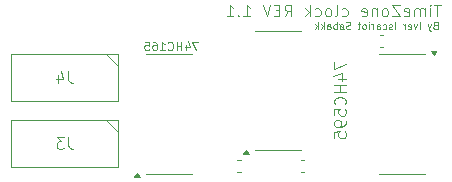
<source format=gbr>
%TF.GenerationSoftware,KiCad,Pcbnew,9.0.1*%
%TF.CreationDate,2025-08-04T21:34:24+02:00*%
%TF.ProjectId,rev1.0,72657631-2e30-42e6-9b69-6361645f7063,rev?*%
%TF.SameCoordinates,Original*%
%TF.FileFunction,Legend,Bot*%
%TF.FilePolarity,Positive*%
%FSLAX46Y46*%
G04 Gerber Fmt 4.6, Leading zero omitted, Abs format (unit mm)*
G04 Created by KiCad (PCBNEW 9.0.1) date 2025-08-04 21:34:24*
%MOMM*%
%LPD*%
G01*
G04 APERTURE LIST*
%ADD10C,0.100000*%
%ADD11C,0.120000*%
G04 APERTURE END LIST*
D10*
X229781384Y-99076578D02*
X229781384Y-99743244D01*
X229781384Y-99743244D02*
X230781384Y-99314673D01*
X230114717Y-100552768D02*
X230781384Y-100552768D01*
X229733765Y-100314673D02*
X230448050Y-100076578D01*
X230448050Y-100076578D02*
X230448050Y-100695625D01*
X230781384Y-101076578D02*
X229781384Y-101076578D01*
X230257574Y-101076578D02*
X230257574Y-101648006D01*
X230781384Y-101648006D02*
X229781384Y-101648006D01*
X230686145Y-102695625D02*
X230733765Y-102648006D01*
X230733765Y-102648006D02*
X230781384Y-102505149D01*
X230781384Y-102505149D02*
X230781384Y-102409911D01*
X230781384Y-102409911D02*
X230733765Y-102267054D01*
X230733765Y-102267054D02*
X230638526Y-102171816D01*
X230638526Y-102171816D02*
X230543288Y-102124197D01*
X230543288Y-102124197D02*
X230352812Y-102076578D01*
X230352812Y-102076578D02*
X230209955Y-102076578D01*
X230209955Y-102076578D02*
X230019479Y-102124197D01*
X230019479Y-102124197D02*
X229924241Y-102171816D01*
X229924241Y-102171816D02*
X229829003Y-102267054D01*
X229829003Y-102267054D02*
X229781384Y-102409911D01*
X229781384Y-102409911D02*
X229781384Y-102505149D01*
X229781384Y-102505149D02*
X229829003Y-102648006D01*
X229829003Y-102648006D02*
X229876622Y-102695625D01*
X229781384Y-103600387D02*
X229781384Y-103124197D01*
X229781384Y-103124197D02*
X230257574Y-103076578D01*
X230257574Y-103076578D02*
X230209955Y-103124197D01*
X230209955Y-103124197D02*
X230162336Y-103219435D01*
X230162336Y-103219435D02*
X230162336Y-103457530D01*
X230162336Y-103457530D02*
X230209955Y-103552768D01*
X230209955Y-103552768D02*
X230257574Y-103600387D01*
X230257574Y-103600387D02*
X230352812Y-103648006D01*
X230352812Y-103648006D02*
X230590907Y-103648006D01*
X230590907Y-103648006D02*
X230686145Y-103600387D01*
X230686145Y-103600387D02*
X230733765Y-103552768D01*
X230733765Y-103552768D02*
X230781384Y-103457530D01*
X230781384Y-103457530D02*
X230781384Y-103219435D01*
X230781384Y-103219435D02*
X230733765Y-103124197D01*
X230733765Y-103124197D02*
X230686145Y-103076578D01*
X230781384Y-104124197D02*
X230781384Y-104314673D01*
X230781384Y-104314673D02*
X230733765Y-104409911D01*
X230733765Y-104409911D02*
X230686145Y-104457530D01*
X230686145Y-104457530D02*
X230543288Y-104552768D01*
X230543288Y-104552768D02*
X230352812Y-104600387D01*
X230352812Y-104600387D02*
X229971860Y-104600387D01*
X229971860Y-104600387D02*
X229876622Y-104552768D01*
X229876622Y-104552768D02*
X229829003Y-104505149D01*
X229829003Y-104505149D02*
X229781384Y-104409911D01*
X229781384Y-104409911D02*
X229781384Y-104219435D01*
X229781384Y-104219435D02*
X229829003Y-104124197D01*
X229829003Y-104124197D02*
X229876622Y-104076578D01*
X229876622Y-104076578D02*
X229971860Y-104028959D01*
X229971860Y-104028959D02*
X230209955Y-104028959D01*
X230209955Y-104028959D02*
X230305193Y-104076578D01*
X230305193Y-104076578D02*
X230352812Y-104124197D01*
X230352812Y-104124197D02*
X230400431Y-104219435D01*
X230400431Y-104219435D02*
X230400431Y-104409911D01*
X230400431Y-104409911D02*
X230352812Y-104505149D01*
X230352812Y-104505149D02*
X230305193Y-104552768D01*
X230305193Y-104552768D02*
X230209955Y-104600387D01*
X229781384Y-105505149D02*
X229781384Y-105028959D01*
X229781384Y-105028959D02*
X230257574Y-104981340D01*
X230257574Y-104981340D02*
X230209955Y-105028959D01*
X230209955Y-105028959D02*
X230162336Y-105124197D01*
X230162336Y-105124197D02*
X230162336Y-105362292D01*
X230162336Y-105362292D02*
X230209955Y-105457530D01*
X230209955Y-105457530D02*
X230257574Y-105505149D01*
X230257574Y-105505149D02*
X230352812Y-105552768D01*
X230352812Y-105552768D02*
X230590907Y-105552768D01*
X230590907Y-105552768D02*
X230686145Y-105505149D01*
X230686145Y-105505149D02*
X230733765Y-105457530D01*
X230733765Y-105457530D02*
X230781384Y-105362292D01*
X230781384Y-105362292D02*
X230781384Y-105124197D01*
X230781384Y-105124197D02*
X230733765Y-105028959D01*
X230733765Y-105028959D02*
X230686145Y-104981340D01*
X238351352Y-95991313D02*
X238265638Y-96019885D01*
X238265638Y-96019885D02*
X238237067Y-96048456D01*
X238237067Y-96048456D02*
X238208495Y-96105599D01*
X238208495Y-96105599D02*
X238208495Y-96191313D01*
X238208495Y-96191313D02*
X238237067Y-96248456D01*
X238237067Y-96248456D02*
X238265638Y-96277028D01*
X238265638Y-96277028D02*
X238322781Y-96305599D01*
X238322781Y-96305599D02*
X238551352Y-96305599D01*
X238551352Y-96305599D02*
X238551352Y-95705599D01*
X238551352Y-95705599D02*
X238351352Y-95705599D01*
X238351352Y-95705599D02*
X238294210Y-95734170D01*
X238294210Y-95734170D02*
X238265638Y-95762742D01*
X238265638Y-95762742D02*
X238237067Y-95819885D01*
X238237067Y-95819885D02*
X238237067Y-95877028D01*
X238237067Y-95877028D02*
X238265638Y-95934170D01*
X238265638Y-95934170D02*
X238294210Y-95962742D01*
X238294210Y-95962742D02*
X238351352Y-95991313D01*
X238351352Y-95991313D02*
X238551352Y-95991313D01*
X238008495Y-95905599D02*
X237865638Y-96305599D01*
X237722781Y-95905599D02*
X237865638Y-96305599D01*
X237865638Y-96305599D02*
X237922781Y-96448456D01*
X237922781Y-96448456D02*
X237951352Y-96477028D01*
X237951352Y-96477028D02*
X238008495Y-96505599D01*
X237037066Y-96305599D02*
X237037066Y-95705599D01*
X236808495Y-95905599D02*
X236665638Y-96305599D01*
X236665638Y-96305599D02*
X236522781Y-95905599D01*
X236065638Y-96277028D02*
X236122781Y-96305599D01*
X236122781Y-96305599D02*
X236237067Y-96305599D01*
X236237067Y-96305599D02*
X236294209Y-96277028D01*
X236294209Y-96277028D02*
X236322781Y-96219885D01*
X236322781Y-96219885D02*
X236322781Y-95991313D01*
X236322781Y-95991313D02*
X236294209Y-95934170D01*
X236294209Y-95934170D02*
X236237067Y-95905599D01*
X236237067Y-95905599D02*
X236122781Y-95905599D01*
X236122781Y-95905599D02*
X236065638Y-95934170D01*
X236065638Y-95934170D02*
X236037067Y-95991313D01*
X236037067Y-95991313D02*
X236037067Y-96048456D01*
X236037067Y-96048456D02*
X236322781Y-96105599D01*
X235779923Y-96305599D02*
X235779923Y-95905599D01*
X235779923Y-96019885D02*
X235751352Y-95962742D01*
X235751352Y-95962742D02*
X235722781Y-95934170D01*
X235722781Y-95934170D02*
X235665638Y-95905599D01*
X235665638Y-95905599D02*
X235608495Y-95905599D01*
X234951351Y-96305599D02*
X234951351Y-95705599D01*
X234694209Y-96277028D02*
X234637066Y-96305599D01*
X234637066Y-96305599D02*
X234522780Y-96305599D01*
X234522780Y-96305599D02*
X234465637Y-96277028D01*
X234465637Y-96277028D02*
X234437066Y-96219885D01*
X234437066Y-96219885D02*
X234437066Y-96191313D01*
X234437066Y-96191313D02*
X234465637Y-96134170D01*
X234465637Y-96134170D02*
X234522780Y-96105599D01*
X234522780Y-96105599D02*
X234608495Y-96105599D01*
X234608495Y-96105599D02*
X234665637Y-96077028D01*
X234665637Y-96077028D02*
X234694209Y-96019885D01*
X234694209Y-96019885D02*
X234694209Y-95991313D01*
X234694209Y-95991313D02*
X234665637Y-95934170D01*
X234665637Y-95934170D02*
X234608495Y-95905599D01*
X234608495Y-95905599D02*
X234522780Y-95905599D01*
X234522780Y-95905599D02*
X234465637Y-95934170D01*
X233922781Y-96277028D02*
X233979923Y-96305599D01*
X233979923Y-96305599D02*
X234094209Y-96305599D01*
X234094209Y-96305599D02*
X234151352Y-96277028D01*
X234151352Y-96277028D02*
X234179923Y-96248456D01*
X234179923Y-96248456D02*
X234208495Y-96191313D01*
X234208495Y-96191313D02*
X234208495Y-96019885D01*
X234208495Y-96019885D02*
X234179923Y-95962742D01*
X234179923Y-95962742D02*
X234151352Y-95934170D01*
X234151352Y-95934170D02*
X234094209Y-95905599D01*
X234094209Y-95905599D02*
X233979923Y-95905599D01*
X233979923Y-95905599D02*
X233922781Y-95934170D01*
X233408495Y-96305599D02*
X233408495Y-95991313D01*
X233408495Y-95991313D02*
X233437066Y-95934170D01*
X233437066Y-95934170D02*
X233494209Y-95905599D01*
X233494209Y-95905599D02*
X233608495Y-95905599D01*
X233608495Y-95905599D02*
X233665637Y-95934170D01*
X233408495Y-96277028D02*
X233465637Y-96305599D01*
X233465637Y-96305599D02*
X233608495Y-96305599D01*
X233608495Y-96305599D02*
X233665637Y-96277028D01*
X233665637Y-96277028D02*
X233694209Y-96219885D01*
X233694209Y-96219885D02*
X233694209Y-96162742D01*
X233694209Y-96162742D02*
X233665637Y-96105599D01*
X233665637Y-96105599D02*
X233608495Y-96077028D01*
X233608495Y-96077028D02*
X233465637Y-96077028D01*
X233465637Y-96077028D02*
X233408495Y-96048456D01*
X233122780Y-96305599D02*
X233122780Y-95905599D01*
X233122780Y-96019885D02*
X233094209Y-95962742D01*
X233094209Y-95962742D02*
X233065638Y-95934170D01*
X233065638Y-95934170D02*
X233008495Y-95905599D01*
X233008495Y-95905599D02*
X232951352Y-95905599D01*
X232751351Y-96305599D02*
X232751351Y-95905599D01*
X232751351Y-95705599D02*
X232779923Y-95734170D01*
X232779923Y-95734170D02*
X232751351Y-95762742D01*
X232751351Y-95762742D02*
X232722780Y-95734170D01*
X232722780Y-95734170D02*
X232751351Y-95705599D01*
X232751351Y-95705599D02*
X232751351Y-95762742D01*
X232379923Y-96305599D02*
X232437066Y-96277028D01*
X232437066Y-96277028D02*
X232465637Y-96248456D01*
X232465637Y-96248456D02*
X232494209Y-96191313D01*
X232494209Y-96191313D02*
X232494209Y-96019885D01*
X232494209Y-96019885D02*
X232465637Y-95962742D01*
X232465637Y-95962742D02*
X232437066Y-95934170D01*
X232437066Y-95934170D02*
X232379923Y-95905599D01*
X232379923Y-95905599D02*
X232294209Y-95905599D01*
X232294209Y-95905599D02*
X232237066Y-95934170D01*
X232237066Y-95934170D02*
X232208495Y-95962742D01*
X232208495Y-95962742D02*
X232179923Y-96019885D01*
X232179923Y-96019885D02*
X232179923Y-96191313D01*
X232179923Y-96191313D02*
X232208495Y-96248456D01*
X232208495Y-96248456D02*
X232237066Y-96277028D01*
X232237066Y-96277028D02*
X232294209Y-96305599D01*
X232294209Y-96305599D02*
X232379923Y-96305599D01*
X232008495Y-95905599D02*
X231779923Y-95905599D01*
X231922780Y-95705599D02*
X231922780Y-96219885D01*
X231922780Y-96219885D02*
X231894209Y-96277028D01*
X231894209Y-96277028D02*
X231837066Y-96305599D01*
X231837066Y-96305599D02*
X231779923Y-96305599D01*
X231151352Y-96277028D02*
X231065638Y-96305599D01*
X231065638Y-96305599D02*
X230922780Y-96305599D01*
X230922780Y-96305599D02*
X230865638Y-96277028D01*
X230865638Y-96277028D02*
X230837066Y-96248456D01*
X230837066Y-96248456D02*
X230808495Y-96191313D01*
X230808495Y-96191313D02*
X230808495Y-96134170D01*
X230808495Y-96134170D02*
X230837066Y-96077028D01*
X230837066Y-96077028D02*
X230865638Y-96048456D01*
X230865638Y-96048456D02*
X230922780Y-96019885D01*
X230922780Y-96019885D02*
X231037066Y-95991313D01*
X231037066Y-95991313D02*
X231094209Y-95962742D01*
X231094209Y-95962742D02*
X231122780Y-95934170D01*
X231122780Y-95934170D02*
X231151352Y-95877028D01*
X231151352Y-95877028D02*
X231151352Y-95819885D01*
X231151352Y-95819885D02*
X231122780Y-95762742D01*
X231122780Y-95762742D02*
X231094209Y-95734170D01*
X231094209Y-95734170D02*
X231037066Y-95705599D01*
X231037066Y-95705599D02*
X230894209Y-95705599D01*
X230894209Y-95705599D02*
X230808495Y-95734170D01*
X230237066Y-95905599D02*
X230608494Y-96305599D01*
X230465637Y-96305599D02*
X230522780Y-96277028D01*
X230522780Y-96277028D02*
X230551351Y-96248456D01*
X230551351Y-96248456D02*
X230579923Y-96191313D01*
X230579923Y-96191313D02*
X230579923Y-96019885D01*
X230579923Y-96019885D02*
X230551351Y-95962742D01*
X230551351Y-95962742D02*
X230522780Y-95934170D01*
X230522780Y-95934170D02*
X230465637Y-95905599D01*
X230465637Y-95905599D02*
X230379923Y-95905599D01*
X230379923Y-95905599D02*
X230322780Y-95934170D01*
X230322780Y-95934170D02*
X230294209Y-95962742D01*
X230294209Y-95962742D02*
X230265637Y-96019885D01*
X230265637Y-96019885D02*
X230265637Y-96191313D01*
X230265637Y-96191313D02*
X230294209Y-96248456D01*
X230294209Y-96248456D02*
X230322780Y-96277028D01*
X230322780Y-96277028D02*
X230379923Y-96305599D01*
X230379923Y-96305599D02*
X230465637Y-96305599D01*
X230008494Y-96305599D02*
X230008494Y-95705599D01*
X230008494Y-95934170D02*
X229951352Y-95905599D01*
X229951352Y-95905599D02*
X229837066Y-95905599D01*
X229837066Y-95905599D02*
X229779923Y-95934170D01*
X229779923Y-95934170D02*
X229751352Y-95962742D01*
X229751352Y-95962742D02*
X229722780Y-96019885D01*
X229722780Y-96019885D02*
X229722780Y-96191313D01*
X229722780Y-96191313D02*
X229751352Y-96248456D01*
X229751352Y-96248456D02*
X229779923Y-96277028D01*
X229779923Y-96277028D02*
X229837066Y-96305599D01*
X229837066Y-96305599D02*
X229951352Y-96305599D01*
X229951352Y-96305599D02*
X230008494Y-96277028D01*
X229208495Y-96305599D02*
X229208495Y-95991313D01*
X229208495Y-95991313D02*
X229237066Y-95934170D01*
X229237066Y-95934170D02*
X229294209Y-95905599D01*
X229294209Y-95905599D02*
X229408495Y-95905599D01*
X229408495Y-95905599D02*
X229465637Y-95934170D01*
X229208495Y-96277028D02*
X229265637Y-96305599D01*
X229265637Y-96305599D02*
X229408495Y-96305599D01*
X229408495Y-96305599D02*
X229465637Y-96277028D01*
X229465637Y-96277028D02*
X229494209Y-96219885D01*
X229494209Y-96219885D02*
X229494209Y-96162742D01*
X229494209Y-96162742D02*
X229465637Y-96105599D01*
X229465637Y-96105599D02*
X229408495Y-96077028D01*
X229408495Y-96077028D02*
X229265637Y-96077028D01*
X229265637Y-96077028D02*
X229208495Y-96048456D01*
X228922780Y-96305599D02*
X228922780Y-95705599D01*
X228865638Y-96077028D02*
X228694209Y-96305599D01*
X228694209Y-95905599D02*
X228922780Y-96134170D01*
X228437066Y-96305599D02*
X228437066Y-95705599D01*
X228379924Y-96077028D02*
X228208495Y-96305599D01*
X228208495Y-95905599D02*
X228437066Y-96134170D01*
X238834971Y-94240647D02*
X238263543Y-94240647D01*
X238549257Y-95240647D02*
X238549257Y-94240647D01*
X237930209Y-95240647D02*
X237930209Y-94573980D01*
X237930209Y-94240647D02*
X237977828Y-94288266D01*
X237977828Y-94288266D02*
X237930209Y-94335885D01*
X237930209Y-94335885D02*
X237882590Y-94288266D01*
X237882590Y-94288266D02*
X237930209Y-94240647D01*
X237930209Y-94240647D02*
X237930209Y-94335885D01*
X237454019Y-95240647D02*
X237454019Y-94573980D01*
X237454019Y-94669218D02*
X237406400Y-94621599D01*
X237406400Y-94621599D02*
X237311162Y-94573980D01*
X237311162Y-94573980D02*
X237168305Y-94573980D01*
X237168305Y-94573980D02*
X237073067Y-94621599D01*
X237073067Y-94621599D02*
X237025448Y-94716837D01*
X237025448Y-94716837D02*
X237025448Y-95240647D01*
X237025448Y-94716837D02*
X236977829Y-94621599D01*
X236977829Y-94621599D02*
X236882591Y-94573980D01*
X236882591Y-94573980D02*
X236739734Y-94573980D01*
X236739734Y-94573980D02*
X236644495Y-94621599D01*
X236644495Y-94621599D02*
X236596876Y-94716837D01*
X236596876Y-94716837D02*
X236596876Y-95240647D01*
X235739734Y-95193028D02*
X235834972Y-95240647D01*
X235834972Y-95240647D02*
X236025448Y-95240647D01*
X236025448Y-95240647D02*
X236120686Y-95193028D01*
X236120686Y-95193028D02*
X236168305Y-95097789D01*
X236168305Y-95097789D02*
X236168305Y-94716837D01*
X236168305Y-94716837D02*
X236120686Y-94621599D01*
X236120686Y-94621599D02*
X236025448Y-94573980D01*
X236025448Y-94573980D02*
X235834972Y-94573980D01*
X235834972Y-94573980D02*
X235739734Y-94621599D01*
X235739734Y-94621599D02*
X235692115Y-94716837D01*
X235692115Y-94716837D02*
X235692115Y-94812075D01*
X235692115Y-94812075D02*
X236168305Y-94907313D01*
X235358781Y-94240647D02*
X234692115Y-94240647D01*
X234692115Y-94240647D02*
X235358781Y-95240647D01*
X235358781Y-95240647D02*
X234692115Y-95240647D01*
X234168305Y-95240647D02*
X234263543Y-95193028D01*
X234263543Y-95193028D02*
X234311162Y-95145408D01*
X234311162Y-95145408D02*
X234358781Y-95050170D01*
X234358781Y-95050170D02*
X234358781Y-94764456D01*
X234358781Y-94764456D02*
X234311162Y-94669218D01*
X234311162Y-94669218D02*
X234263543Y-94621599D01*
X234263543Y-94621599D02*
X234168305Y-94573980D01*
X234168305Y-94573980D02*
X234025448Y-94573980D01*
X234025448Y-94573980D02*
X233930210Y-94621599D01*
X233930210Y-94621599D02*
X233882591Y-94669218D01*
X233882591Y-94669218D02*
X233834972Y-94764456D01*
X233834972Y-94764456D02*
X233834972Y-95050170D01*
X233834972Y-95050170D02*
X233882591Y-95145408D01*
X233882591Y-95145408D02*
X233930210Y-95193028D01*
X233930210Y-95193028D02*
X234025448Y-95240647D01*
X234025448Y-95240647D02*
X234168305Y-95240647D01*
X233406400Y-94573980D02*
X233406400Y-95240647D01*
X233406400Y-94669218D02*
X233358781Y-94621599D01*
X233358781Y-94621599D02*
X233263543Y-94573980D01*
X233263543Y-94573980D02*
X233120686Y-94573980D01*
X233120686Y-94573980D02*
X233025448Y-94621599D01*
X233025448Y-94621599D02*
X232977829Y-94716837D01*
X232977829Y-94716837D02*
X232977829Y-95240647D01*
X232120686Y-95193028D02*
X232215924Y-95240647D01*
X232215924Y-95240647D02*
X232406400Y-95240647D01*
X232406400Y-95240647D02*
X232501638Y-95193028D01*
X232501638Y-95193028D02*
X232549257Y-95097789D01*
X232549257Y-95097789D02*
X232549257Y-94716837D01*
X232549257Y-94716837D02*
X232501638Y-94621599D01*
X232501638Y-94621599D02*
X232406400Y-94573980D01*
X232406400Y-94573980D02*
X232215924Y-94573980D01*
X232215924Y-94573980D02*
X232120686Y-94621599D01*
X232120686Y-94621599D02*
X232073067Y-94716837D01*
X232073067Y-94716837D02*
X232073067Y-94812075D01*
X232073067Y-94812075D02*
X232549257Y-94907313D01*
X230454019Y-95193028D02*
X230549257Y-95240647D01*
X230549257Y-95240647D02*
X230739733Y-95240647D01*
X230739733Y-95240647D02*
X230834971Y-95193028D01*
X230834971Y-95193028D02*
X230882590Y-95145408D01*
X230882590Y-95145408D02*
X230930209Y-95050170D01*
X230930209Y-95050170D02*
X230930209Y-94764456D01*
X230930209Y-94764456D02*
X230882590Y-94669218D01*
X230882590Y-94669218D02*
X230834971Y-94621599D01*
X230834971Y-94621599D02*
X230739733Y-94573980D01*
X230739733Y-94573980D02*
X230549257Y-94573980D01*
X230549257Y-94573980D02*
X230454019Y-94621599D01*
X229882590Y-95240647D02*
X229977828Y-95193028D01*
X229977828Y-95193028D02*
X230025447Y-95097789D01*
X230025447Y-95097789D02*
X230025447Y-94240647D01*
X229358780Y-95240647D02*
X229454018Y-95193028D01*
X229454018Y-95193028D02*
X229501637Y-95145408D01*
X229501637Y-95145408D02*
X229549256Y-95050170D01*
X229549256Y-95050170D02*
X229549256Y-94764456D01*
X229549256Y-94764456D02*
X229501637Y-94669218D01*
X229501637Y-94669218D02*
X229454018Y-94621599D01*
X229454018Y-94621599D02*
X229358780Y-94573980D01*
X229358780Y-94573980D02*
X229215923Y-94573980D01*
X229215923Y-94573980D02*
X229120685Y-94621599D01*
X229120685Y-94621599D02*
X229073066Y-94669218D01*
X229073066Y-94669218D02*
X229025447Y-94764456D01*
X229025447Y-94764456D02*
X229025447Y-95050170D01*
X229025447Y-95050170D02*
X229073066Y-95145408D01*
X229073066Y-95145408D02*
X229120685Y-95193028D01*
X229120685Y-95193028D02*
X229215923Y-95240647D01*
X229215923Y-95240647D02*
X229358780Y-95240647D01*
X228168304Y-95193028D02*
X228263542Y-95240647D01*
X228263542Y-95240647D02*
X228454018Y-95240647D01*
X228454018Y-95240647D02*
X228549256Y-95193028D01*
X228549256Y-95193028D02*
X228596875Y-95145408D01*
X228596875Y-95145408D02*
X228644494Y-95050170D01*
X228644494Y-95050170D02*
X228644494Y-94764456D01*
X228644494Y-94764456D02*
X228596875Y-94669218D01*
X228596875Y-94669218D02*
X228549256Y-94621599D01*
X228549256Y-94621599D02*
X228454018Y-94573980D01*
X228454018Y-94573980D02*
X228263542Y-94573980D01*
X228263542Y-94573980D02*
X228168304Y-94621599D01*
X227739732Y-95240647D02*
X227739732Y-94240647D01*
X227644494Y-94859694D02*
X227358780Y-95240647D01*
X227358780Y-94573980D02*
X227739732Y-94954932D01*
X225596875Y-95240647D02*
X225930208Y-94764456D01*
X226168303Y-95240647D02*
X226168303Y-94240647D01*
X226168303Y-94240647D02*
X225787351Y-94240647D01*
X225787351Y-94240647D02*
X225692113Y-94288266D01*
X225692113Y-94288266D02*
X225644494Y-94335885D01*
X225644494Y-94335885D02*
X225596875Y-94431123D01*
X225596875Y-94431123D02*
X225596875Y-94573980D01*
X225596875Y-94573980D02*
X225644494Y-94669218D01*
X225644494Y-94669218D02*
X225692113Y-94716837D01*
X225692113Y-94716837D02*
X225787351Y-94764456D01*
X225787351Y-94764456D02*
X226168303Y-94764456D01*
X225168303Y-94716837D02*
X224834970Y-94716837D01*
X224692113Y-95240647D02*
X225168303Y-95240647D01*
X225168303Y-95240647D02*
X225168303Y-94240647D01*
X225168303Y-94240647D02*
X224692113Y-94240647D01*
X224406398Y-94240647D02*
X224073065Y-95240647D01*
X224073065Y-95240647D02*
X223739732Y-94240647D01*
X222120684Y-95240647D02*
X222692112Y-95240647D01*
X222406398Y-95240647D02*
X222406398Y-94240647D01*
X222406398Y-94240647D02*
X222501636Y-94383504D01*
X222501636Y-94383504D02*
X222596874Y-94478742D01*
X222596874Y-94478742D02*
X222692112Y-94526361D01*
X221692112Y-95145408D02*
X221644493Y-95193028D01*
X221644493Y-95193028D02*
X221692112Y-95240647D01*
X221692112Y-95240647D02*
X221739731Y-95193028D01*
X221739731Y-95193028D02*
X221692112Y-95145408D01*
X221692112Y-95145408D02*
X221692112Y-95240647D01*
X220692113Y-95240647D02*
X221263541Y-95240647D01*
X220977827Y-95240647D02*
X220977827Y-94240647D01*
X220977827Y-94240647D02*
X221073065Y-94383504D01*
X221073065Y-94383504D02*
X221168303Y-94478742D01*
X221168303Y-94478742D02*
X221263541Y-94526361D01*
X218263075Y-97395092D02*
X217796408Y-97395092D01*
X217796408Y-97395092D02*
X218096408Y-98095092D01*
X217229741Y-97628425D02*
X217229741Y-98095092D01*
X217396408Y-97361759D02*
X217563074Y-97861759D01*
X217563074Y-97861759D02*
X217129741Y-97861759D01*
X216863074Y-98095092D02*
X216863074Y-97395092D01*
X216863074Y-97728425D02*
X216463074Y-97728425D01*
X216463074Y-98095092D02*
X216463074Y-97395092D01*
X215729741Y-98028425D02*
X215763074Y-98061759D01*
X215763074Y-98061759D02*
X215863074Y-98095092D01*
X215863074Y-98095092D02*
X215929741Y-98095092D01*
X215929741Y-98095092D02*
X216029741Y-98061759D01*
X216029741Y-98061759D02*
X216096408Y-97995092D01*
X216096408Y-97995092D02*
X216129741Y-97928425D01*
X216129741Y-97928425D02*
X216163074Y-97795092D01*
X216163074Y-97795092D02*
X216163074Y-97695092D01*
X216163074Y-97695092D02*
X216129741Y-97561759D01*
X216129741Y-97561759D02*
X216096408Y-97495092D01*
X216096408Y-97495092D02*
X216029741Y-97428425D01*
X216029741Y-97428425D02*
X215929741Y-97395092D01*
X215929741Y-97395092D02*
X215863074Y-97395092D01*
X215863074Y-97395092D02*
X215763074Y-97428425D01*
X215763074Y-97428425D02*
X215729741Y-97461759D01*
X215063074Y-98095092D02*
X215463074Y-98095092D01*
X215263074Y-98095092D02*
X215263074Y-97395092D01*
X215263074Y-97395092D02*
X215329741Y-97495092D01*
X215329741Y-97495092D02*
X215396408Y-97561759D01*
X215396408Y-97561759D02*
X215463074Y-97595092D01*
X214463074Y-97395092D02*
X214596407Y-97395092D01*
X214596407Y-97395092D02*
X214663074Y-97428425D01*
X214663074Y-97428425D02*
X214696407Y-97461759D01*
X214696407Y-97461759D02*
X214763074Y-97561759D01*
X214763074Y-97561759D02*
X214796407Y-97695092D01*
X214796407Y-97695092D02*
X214796407Y-97961759D01*
X214796407Y-97961759D02*
X214763074Y-98028425D01*
X214763074Y-98028425D02*
X214729741Y-98061759D01*
X214729741Y-98061759D02*
X214663074Y-98095092D01*
X214663074Y-98095092D02*
X214529741Y-98095092D01*
X214529741Y-98095092D02*
X214463074Y-98061759D01*
X214463074Y-98061759D02*
X214429741Y-98028425D01*
X214429741Y-98028425D02*
X214396407Y-97961759D01*
X214396407Y-97961759D02*
X214396407Y-97795092D01*
X214396407Y-97795092D02*
X214429741Y-97728425D01*
X214429741Y-97728425D02*
X214463074Y-97695092D01*
X214463074Y-97695092D02*
X214529741Y-97661759D01*
X214529741Y-97661759D02*
X214663074Y-97661759D01*
X214663074Y-97661759D02*
X214729741Y-97695092D01*
X214729741Y-97695092D02*
X214763074Y-97728425D01*
X214763074Y-97728425D02*
X214796407Y-97795092D01*
X213763074Y-97395092D02*
X214096407Y-97395092D01*
X214096407Y-97395092D02*
X214129740Y-97728425D01*
X214129740Y-97728425D02*
X214096407Y-97695092D01*
X214096407Y-97695092D02*
X214029740Y-97661759D01*
X214029740Y-97661759D02*
X213863074Y-97661759D01*
X213863074Y-97661759D02*
X213796407Y-97695092D01*
X213796407Y-97695092D02*
X213763074Y-97728425D01*
X213763074Y-97728425D02*
X213729740Y-97795092D01*
X213729740Y-97795092D02*
X213729740Y-97961759D01*
X213729740Y-97961759D02*
X213763074Y-98028425D01*
X213763074Y-98028425D02*
X213796407Y-98061759D01*
X213796407Y-98061759D02*
X213863074Y-98095092D01*
X213863074Y-98095092D02*
X214029740Y-98095092D01*
X214029740Y-98095092D02*
X214096407Y-98061759D01*
X214096407Y-98061759D02*
X214129740Y-98028425D01*
X207303333Y-99882419D02*
X207303333Y-100596704D01*
X207303333Y-100596704D02*
X207350952Y-100739561D01*
X207350952Y-100739561D02*
X207446190Y-100834800D01*
X207446190Y-100834800D02*
X207589047Y-100882419D01*
X207589047Y-100882419D02*
X207684285Y-100882419D01*
X206398571Y-100215752D02*
X206398571Y-100882419D01*
X206636666Y-99834800D02*
X206874761Y-100549085D01*
X206874761Y-100549085D02*
X206255714Y-100549085D01*
X207303333Y-105457419D02*
X207303333Y-106171704D01*
X207303333Y-106171704D02*
X207350952Y-106314561D01*
X207350952Y-106314561D02*
X207446190Y-106409800D01*
X207446190Y-106409800D02*
X207589047Y-106457419D01*
X207589047Y-106457419D02*
X207684285Y-106457419D01*
X206922380Y-105457419D02*
X206303333Y-105457419D01*
X206303333Y-105457419D02*
X206636666Y-105838371D01*
X206636666Y-105838371D02*
X206493809Y-105838371D01*
X206493809Y-105838371D02*
X206398571Y-105885990D01*
X206398571Y-105885990D02*
X206350952Y-105933609D01*
X206350952Y-105933609D02*
X206303333Y-106028847D01*
X206303333Y-106028847D02*
X206303333Y-106266942D01*
X206303333Y-106266942D02*
X206350952Y-106362180D01*
X206350952Y-106362180D02*
X206398571Y-106409800D01*
X206398571Y-106409800D02*
X206493809Y-106457419D01*
X206493809Y-106457419D02*
X206779523Y-106457419D01*
X206779523Y-106457419D02*
X206874761Y-106409800D01*
X206874761Y-106409800D02*
X206922380Y-106362180D01*
%TO.C,J4*%
X211470000Y-99425000D02*
X210470000Y-98425000D01*
X211470000Y-98425000D02*
X202470000Y-98425000D01*
X202470000Y-102425000D01*
X211470000Y-102425000D01*
X211470000Y-98425000D01*
%TO.C,J3*%
X211470000Y-105000000D02*
X210470000Y-104000000D01*
X211470000Y-104000000D02*
X202470000Y-104000000D01*
X202470000Y-108000000D01*
X211470000Y-108000000D01*
X211470000Y-104000000D01*
D11*
%TO.C,C3*%
X221895580Y-107440000D02*
X221614420Y-107440000D01*
X221895580Y-108460000D02*
X221614420Y-108460000D01*
%TO.C,U2*%
X225010000Y-96470000D02*
X223060000Y-96470000D01*
X225010000Y-96470000D02*
X226960000Y-96470000D01*
X225010000Y-106590000D02*
X223060000Y-106590000D01*
X225010000Y-106590000D02*
X226960000Y-106590000D01*
X222550000Y-106865000D02*
X222070000Y-106865000D01*
X222310000Y-106535000D01*
X222550000Y-106865000D01*
G36*
X222550000Y-106865000D02*
G01*
X222070000Y-106865000D01*
X222310000Y-106535000D01*
X222550000Y-106865000D01*
G37*
%TO.C,U1*%
X235520000Y-98445000D02*
X233570000Y-98445000D01*
X235520000Y-98445000D02*
X237470000Y-98445000D01*
X235520000Y-108565000D02*
X233570000Y-108565000D01*
X235520000Y-108565000D02*
X237470000Y-108565000D01*
X238220000Y-98500000D02*
X237980000Y-98170000D01*
X238460000Y-98170000D01*
X238220000Y-98500000D01*
G36*
X238220000Y-98500000D02*
G01*
X237980000Y-98170000D01*
X238460000Y-98170000D01*
X238220000Y-98500000D01*
G37*
%TO.C,C1*%
X233960580Y-96790684D02*
X233679420Y-96790684D01*
X233960580Y-97810684D02*
X233679420Y-97810684D01*
%TO.C,U3*%
X215835000Y-98445000D02*
X213885000Y-98445000D01*
X215835000Y-98445000D02*
X217785000Y-98445000D01*
X215835000Y-108565000D02*
X213885000Y-108565000D01*
X215835000Y-108565000D02*
X217785000Y-108565000D01*
X213375000Y-108840000D02*
X212895000Y-108840000D01*
X213135000Y-108510000D01*
X213375000Y-108840000D01*
G36*
X213375000Y-108840000D02*
G01*
X212895000Y-108840000D01*
X213135000Y-108510000D01*
X213375000Y-108840000D01*
G37*
%TO.C,C2*%
X226979420Y-107440000D02*
X227260580Y-107440000D01*
X226979420Y-108460000D02*
X227260580Y-108460000D01*
%TD*%
M02*

</source>
